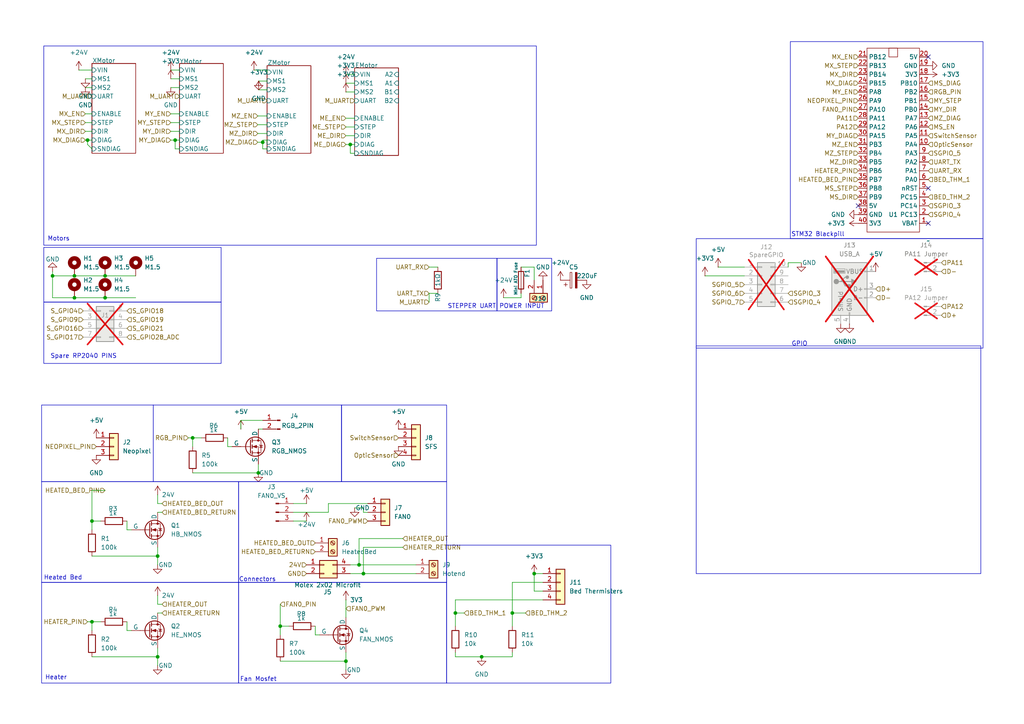
<source format=kicad_sch>
(kicad_sch (version 20250114) (generator "eeschema") (generator_version "9.0")
  (paper "A4")
  (rectangle (start 69.215 139.7) (end 129.54 168.91))
  (rectangle (start 229.235 12.065) (end 285.115 69.215))
  (rectangle (start 12.7 71.755) (end 64.135 87.63))
  (rectangle (start 12.7 13.335) (end 155.575 71.12))
  (rectangle (start 12.065 139.7) (end 69.215 168.91))
  (rectangle (start 99.06 117.475) (end 129.54 139.7))
  (rectangle (start 201.93 69.215) (end 285.115 100.965))
  (rectangle (start 201.93 100.33) (end 284.48 166.37))
  (rectangle (start 69.215 168.91) (end 129.54 198.12))
  (rectangle (start 12.065 117.475) (end 44.45 139.7))
  (rectangle (start 144.145 74.93) (end 160.02 90.17))
  (rectangle (start 44.45 117.475) (end 99.06 139.7))
  (rectangle (start 12.065 168.91) (end 69.215 198.12))
  (rectangle (start 12.7 87.63) (end 64.135 105.41))
  (rectangle (start 109.22 74.93) (end 144.145 90.17))
  (rectangle (start 129.54 158.115) (end 177.165 198.12))
  (text "Connectors" (at 74.676 168.148 0) (effects (font (size 1.27 1.27))))
  (text "Heated Bed" (at 18.288 167.64 0) (effects (font (size 1.27 1.27))))
  (text "Spare RP2040 PINS" (at 14.605 104.14 0) (effects (font (size 1.27 1.27)) (justify left bottom)))
  (text "Heater" (at 16.256 196.596 0) (effects (font (size 1.27 1.27))))
  (text "Motors" (at 17.018 69.342 0) (effects (font (size 1.27 1.27))))
  (text "STEPPER UART" (at 129.794 89.662 0) (effects (font (size 1.27 1.27)) (justify left bottom)))
  (text "GPIO" (at 231.902 99.822 0) (effects (font (size 1.27 1.27))))
  (text "STM32 Blackpill" (at 237.236 68.072 0) (effects (font (size 1.27 1.27))))
  (text "Fan Mosfet" (at 74.93 197.104 0) (effects (font (size 1.27 1.27))))
  (text "POWER INPUT" (at 144.78 89.662 0) (effects (font (size 1.27 1.27)) (justify left bottom)))
  (junction (at 25.4 40.64))
  (junction (at 105.41 166.37))
  (junction (at 21.59 86.36))
  (junction (at 139.7 190.5))
  (junction (at 148.59 177.8))
  (junction (at 30.48 86.36))
  (junction (at 26.67 180.34))
  (junction (at 76.2 41.2565))
  (junction (at 81.28 181.61))
  (junction (at 21.59 80.01))
  (junction (at 100.33 191.77))
  (junction (at 30.48 80.01))
  (junction (at 15.24 80.01))
  (junction (at 45.72 190.5))
  (junction (at 104.14 163.83))
  (junction (at 74.93 137.16))
  (junction (at 45.72 161.29))
  (junction (at 154.94 166.37))
  (junction (at 50.8 40.64))
  (junction (at 132.08 177.8))
  (junction (at 101.6 41.91))
  (junction (at 26.67 151.13))
  (junction (at 55.88 127))
  (no_connect (at 269.24 64.77))
  (no_connect (at 269.24 16.51))
  (no_connect (at 269.24 54.61))
  (no_connect (at 248.92 59.69))
  (wire (pts (xy 124.46 87.63) (xy 124.46 85.09)))
  (wire (pts (xy 45.72 146.05) (xy 45.72 143.51)))
  (wire (pts (xy 55.88 127) (xy 55.88 129.54)))
  (wire (pts (xy 15.24 80.01) (xy 15.24 86.36)))
  (wire (pts (xy 74.7686 33.6365) (xy 77.47 33.6365)))
  (wire (pts (xy 132.08 189.23) (xy 132.08 190.5)))
  (wire (pts (xy 50.8 40.64) (xy 50.8 43.18)))
  (wire (pts (xy 74.93 137.16) (xy 74.93 134.62)))
  (wire (pts (xy 30.48 80.01) (xy 39.37 80.01)))
  (wire (pts (xy 66.04 129.54) (xy 67.31 129.54)))
  (wire (pts (xy 26.67 180.34) (xy 26.67 182.88)))
  (wire (pts (xy 88.9 146.05) (xy 85.09 146.05)))
  (wire (pts (xy 21.59 80.01) (xy 30.48 80.01)))
  (wire (pts (xy 101.6 41.91) (xy 102.87 41.91)))
  (wire (pts (xy 24.765 35.56) (xy 26.67 35.56)))
  (wire (pts (xy 76.2 41.2565) (xy 76.2 43.18)))
  (wire (pts (xy 100.33 173.99) (xy 100.33 179.07)))
  (wire (pts (xy 154.94 77.47) (xy 154.94 81.28)))
  (wire (pts (xy 154.94 166.37) (xy 157.48 166.37)))
  (wire (pts (xy 81.28 181.61) (xy 81.28 184.15)))
  (wire (pts (xy 81.28 191.77) (xy 100.33 191.77)))
  (wire (pts (xy 132.08 181.61) (xy 132.08 177.8)))
  (wire (pts (xy 105.41 148.59) (xy 106.68 148.59)))
  (wire (pts (xy 104.14 163.83) (xy 101.6 163.83)))
  (wire (pts (xy 124.46 85.09) (xy 127 85.09)))
  (wire (pts (xy 74.7686 38.7165) (xy 77.47 38.7165)))
  (wire (pts (xy 81.28 175.26) (xy 81.28 181.61)))
  (wire (pts (xy 75.0305 23.5161) (xy 77.47 23.5161)))
  (wire (pts (xy 77.47 23.5161) (xy 77.47 23.4744)))
  (wire (pts (xy 76.2 41.2565) (xy 76.2 40.64)))
  (wire (pts (xy 132.08 177.8) (xy 134.62 177.8)))
  (wire (pts (xy 25.4 41.91) (xy 26.67 43.18)))
  (wire (pts (xy 148.59 177.8) (xy 148.59 181.61)))
  (wire (pts (xy 66.04 127) (xy 66.04 129.54)))
  (wire (pts (xy 76.2 43.18) (xy 77.47 43.18)))
  (wire (pts (xy 54.61 127) (xy 55.88 127)))
  (wire (pts (xy 26.67 161.29) (xy 45.72 161.29)))
  (wire (pts (xy 24.765 38.1) (xy 26.67 38.1)))
  (wire (pts (xy 75.0305 26.0561) (xy 77.47 26.0561)))
  (wire (pts (xy 100.33 34.29) (xy 102.87 34.29)))
  (wire (pts (xy 77.47 36.1765) (xy 77.47 36.1744)))
  (wire (pts (xy 49.53 35.56) (xy 52.07 35.56)))
  (wire (pts (xy 26.67 190.5) (xy 45.72 190.5)))
  (wire (pts (xy 55.88 127) (xy 58.42 127)))
  (wire (pts (xy 88.9 151.13) (xy 85.09 151.13)))
  (wire (pts (xy 154.94 171.45) (xy 157.48 171.45)))
  (wire (pts (xy 100.33 36.83) (xy 102.87 36.83)))
  (wire (pts (xy 157.48 168.91) (xy 148.59 168.91)))
  (wire (pts (xy 139.7 190.5) (xy 148.59 190.5)))
  (wire (pts (xy 116.84 158.75) (xy 105.41 158.75)))
  (wire (pts (xy 22.86 20.32) (xy 26.67 20.32)))
  (wire (pts (xy 30.48 142.24) (xy 26.67 142.24)))
  (wire (pts (xy 36.83 151.13) (xy 36.83 153.67)))
  (wire (pts (xy 76.2 40.64) (xy 77.47 40.64)))
  (wire (pts (xy 101.6 44.45) (xy 102.87 44.45)))
  (wire (pts (xy 74.7686 41.2565) (xy 76.2 41.2565)))
  (wire (pts (xy 105.41 166.37) (xy 120.65 166.37)))
  (wire (pts (xy 215.9 77.47) (xy 208.28 77.47)))
  (wire (pts (xy 77.47 20.32) (xy 77.47 20.9344)))
  (wire (pts (xy 49.53 22.86) (xy 52.07 22.86)))
  (wire (pts (xy 148.59 190.5) (xy 148.59 189.23)))
  (wire (pts (xy 146.05 86.36) (xy 151.13 86.36)))
  (wire (pts (xy 50.8 43.18) (xy 52.07 43.18)))
  (wire (pts (xy 45.72 175.26) (xy 45.72 172.72)))
  (wire (pts (xy 151.13 77.47) (xy 154.94 77.47)))
  (wire (pts (xy 100.33 26.67) (xy 102.87 26.67)))
  (wire (pts (xy 49.53 33.02) (xy 52.07 33.02)))
  (wire (pts (xy 49.53 38.1) (xy 52.07 38.1)))
  (wire (pts (xy 102.87 147.32) (xy 105.41 147.32)))
  (wire (pts (xy 91.44 181.61) (xy 91.44 184.15)))
  (wire (pts (xy 25.4 40.64) (xy 26.67 40.64)))
  (wire (pts (xy 105.41 158.75) (xy 105.41 166.37)))
  (wire (pts (xy 30.48 86.36) (xy 39.37 86.36)))
  (wire (pts (xy 45.72 161.29) (xy 45.72 163.83)))
  (wire (pts (xy 25.4 180.34) (xy 26.67 180.34)))
  (wire (pts (xy 77.47 43.18) (xy 77.47 43.1594)))
  (wire (pts (xy 49.53 40.64) (xy 50.8 40.64)))
  (wire (pts (xy 46.99 146.05) (xy 45.72 146.05)))
  (wire (pts (xy 46.99 148.59) (xy 45.72 148.59)))
  (wire (pts (xy 50.8 40.64) (xy 52.07 40.64)))
  (wire (pts (xy 101.6 41.91) (xy 101.6 44.45)))
  (wire (pts (xy 91.44 184.15) (xy 92.71 184.15)))
  (wire (pts (xy 139.7 190.5) (xy 132.08 190.5)))
  (wire (pts (xy 124.46 77.47) (xy 127 77.47)))
  (wire (pts (xy 151.13 85.09) (xy 151.13 86.36)))
  (wire (pts (xy 69.85 121.92) (xy 69.85 124.46)))
  (wire (pts (xy 81.28 181.61) (xy 83.82 181.61)))
  (wire (pts (xy 77.47 26.0561) (xy 77.47 26.0144)))
  (wire (pts (xy 73.66 20.32) (xy 77.47 20.32)))
  (wire (pts (xy 26.67 151.13) (xy 26.67 153.67)))
  (wire (pts (xy 76.2 121.92) (xy 69.85 121.92)))
  (wire (pts (xy 55.88 137.16) (xy 74.93 137.16)))
  (wire (pts (xy 154.94 166.37) (xy 154.94 171.45)))
  (wire (pts (xy 148.59 177.8) (xy 152.4 177.8)))
  (wire (pts (xy 100.33 39.37) (xy 102.87 39.37)))
  (wire (pts (xy 116.84 156.21) (xy 104.14 156.21)))
  (wire (pts (xy 49.53 25.4) (xy 52.07 25.4)))
  (wire (pts (xy 104.14 163.83) (xy 120.65 163.83)))
  (wire (pts (xy 15.24 78.74) (xy 15.24 80.01)))
  (wire (pts (xy 24.765 33.02) (xy 26.67 33.02)))
  (wire (pts (xy 45.72 190.5) (xy 45.72 187.96)))
  (wire (pts (xy 46.99 175.26) (xy 45.72 175.26)))
  (wire (pts (xy 15.24 80.01) (xy 21.59 80.01)))
  (wire (pts (xy 26.67 142.24) (xy 26.67 151.13)))
  (wire (pts (xy 74.7686 36.1765) (xy 77.47 36.1765)))
  (wire (pts (xy 232.41 76.2) (xy 228.6 76.2)))
  (wire (pts (xy 100.33 21.59) (xy 102.87 21.59)))
  (wire (pts (xy 36.83 182.88) (xy 38.1 182.88)))
  (wire (pts (xy 228.6 76.2) (xy 228.6 77.47)))
  (wire (pts (xy 36.83 153.67) (xy 38.1 153.67)))
  (wire (pts (xy 49.53 20.32) (xy 52.07 20.32)))
  (wire (pts (xy 24.765 22.86) (xy 26.67 22.86)))
  (wire (pts (xy 100.33 41.91) (xy 101.6 41.91)))
  (wire (pts (xy 45.72 161.29) (xy 45.72 158.75)))
  (wire (pts (xy 100.33 24.13) (xy 102.87 24.13)))
  (wire (pts (xy 36.83 180.34) (xy 36.83 182.88)))
  (wire (pts (xy 104.14 156.21) (xy 104.14 163.83)))
  (wire (pts (xy 105.41 166.37) (xy 101.6 166.37)))
  (wire (pts (xy 148.59 168.91) (xy 148.59 177.8)))
  (wire (pts (xy 45.72 190.5) (xy 45.72 193.04)))
  (wire (pts (xy 24.765 25.4) (xy 26.67 25.4)))
  (wire (pts (xy 24.765 40.64) (xy 25.4 40.64)))
  (wire (pts (xy 95.25 146.05) (xy 106.68 146.05)))
  (wire (pts (xy 215.9 80.01) (xy 204.47 80.01)))
  (wire (pts (xy 21.59 86.36) (xy 30.48 86.36)))
  (wire (pts (xy 100.33 191.77) (xy 100.33 194.31)))
  (wire (pts (xy 105.41 147.32) (xy 105.41 148.59)))
  (wire (pts (xy 25.4 40.64) (xy 25.4 41.91)))
  (wire (pts (xy 15.24 86.36) (xy 21.59 86.36)))
  (wire (pts (xy 132.08 173.99) (xy 157.48 173.99)))
  (wire (pts (xy 100.33 191.77) (xy 100.33 189.23)))
  (wire (pts (xy 46.99 177.8) (xy 45.72 177.8)))
  (wire (pts (xy 26.67 151.13) (xy 29.21 151.13)))
  (wire (pts (xy 77.47 38.7165) (xy 77.47 38.7144)))
  (wire (pts (xy 26.67 180.34) (xy 29.21 180.34)))
  (wire (pts (xy 95.25 148.59) (xy 95.25 146.05)))
  (wire (pts (xy 77.47 40.64) (xy 77.47 41.2544)))
  (wire (pts (xy 132.08 173.99) (xy 132.08 177.8)))
  (wire (pts (xy 85.09 148.59) (xy 95.25 148.59)))
  (wire (pts (xy 77.47 33.6365) (xy 77.47 33.6344)))
  (wire (pts (xy 76.2 124.46) (xy 74.93 124.46)))
  (hierarchical_label "MZ_DIAG" (shape input) (at 74.7686 41.2565 180))
  (hierarchical_label "S_GPIO17" (shape input) (at 24.13 97.79 180))
  (hierarchical_label "HEATED_BED_RETURN" (shape input) (at 91.44 160.02 180))
  (hierarchical_label "MY_STEP" (shape input) (at 49.53 35.56 180))
  (hierarchical_label "OpticSensor" (shape input) (at 269.24 41.91 0))
  (hierarchical_label "MZ_STEP" (shape input) (at 74.7686 36.1765 180))
  (hierarchical_label "PA11" (shape input) (at 248.92 34.29 180))
  (hierarchical_label "MZ_DIR" (shape input) (at 74.7686 38.7165 180))
  (hierarchical_label "MZ_DIR" (shape input) (at 248.92 46.99 180))
  (hierarchical_label "MZ_EN" (shape input) (at 248.92 41.91 180))
  (hierarchical_label "S_GPIO28_ADC" (shape input) (at 36.83 97.79 0))
  (hierarchical_label "HEATER_OUT" (shape input) (at 116.84 156.21 0))
  (hierarchical_label "MZ_DIAG" (shape input) (at 269.24 34.29 0))
  (hierarchical_label "MZ_EN" (shape input) (at 74.7686 33.6365 180))
  (hierarchical_label "UART_RX" (shape input) (at 269.24 49.53 0))
  (hierarchical_label "S_GPIO16" (shape input) (at 24.13 95.25 180))
  (hierarchical_label "FAN0_PWM" (shape input) (at 100.33 176.53 0))
  (hierarchical_label "M_UART" (shape input) (at 52.07 27.94 180))
  (hierarchical_label "UART_TX" (shape input) (at 124.46 85.09 180))
  (hierarchical_label "MY_DIAG" (shape input) (at 49.53 40.64 180))
  (hierarchical_label "MX_DIAG" (shape input) (at 24.765 40.64 180))
  (hierarchical_label "D+" (shape input) (at 254 83.82 0))
  (hierarchical_label "M_UART" (shape input) (at 77.47 29.21 180))
  (hierarchical_label "FAN0_PIN" (shape input) (at 81.28 175.26 0))
  (hierarchical_label "BED_THM_2" (shape input) (at 152.4 177.8 0))
  (hierarchical_label "MX_EN" (shape input) (at 248.92 16.51 180))
  (hierarchical_label "S_GPIO19" (shape input) (at 36.83 92.71 0))
  (hierarchical_label "MY_EN" (shape input) (at 248.92 26.67 180))
  (hierarchical_label "D-" (shape input) (at 254 86.36 0))
  (hierarchical_label "M_UART" (shape input) (at 26.67 27.94 180))
  (hierarchical_label "MX_DIR" (shape input) (at 248.92 21.59 180))
  (hierarchical_label "FAN0_PWM" (shape input) (at 106.68 151.13 180))
  (hierarchical_label "UART_RX" (shape input) (at 124.46 77.47 180))
  (hierarchical_label "MS_EN" (shape input) (at 269.24 36.83 0))
  (hierarchical_label "RGB_PIN" (shape input) (at 269.24 26.67 0))
  (hierarchical_label "ME_DIAG" (shape input) (at 100.33 41.91 180))
  (hierarchical_label "MX_EN" (shape input) (at 24.765 33.02 180))
  (hierarchical_label "ME_DIR" (shape input) (at 100.33 39.37 180))
  (hierarchical_label "SGPIO_4" (shape input) (at 228.6 87.63 0))
  (hierarchical_label "HEATER_RETURN" (shape input) (at 116.84 158.75 0))
  (hierarchical_label "SGPIO_5" (shape input) (at 269.24 44.45 0))
  (hierarchical_label "MS_DIR" (shape input) (at 248.92 57.15 180))
  (hierarchical_label "SwitchSensor" (shape input) (at 269.24 39.37 0))
  (hierarchical_label "S_GPIO21" (shape input) (at 36.83 95.25 0))
  (hierarchical_label "MY_EN" (shape input) (at 49.53 33.02 180))
  (hierarchical_label "NEOPIXEL_PIN" (shape input) (at 27.94 129.54 180))
  (hierarchical_label "S_GPIO9" (shape input) (at 24.13 92.71 180))
  (hierarchical_label "S_GPIO4" (shape input) (at 24.13 90.17 180))
  (hierarchical_label "FAN0_PIN" (shape input) (at 248.92 31.75 180))
  (hierarchical_label "HEATER_PIN" (shape input) (at 25.4 180.34 180))
  (hierarchical_label "SGPIO_3" (shape input) (at 269.24 59.69 0))
  (hierarchical_label "GND" (shape input) (at 88.9 166.37 180))
  (hierarchical_label "24V" (shape input) (at 88.9 163.83 180))
  (hierarchical_label "HEATED_BED_OUT" (shape input) (at 91.44 157.48 180))
  (hierarchical_label "MX_STEP" (shape input) (at 248.92 19.05 180))
  (hierarchical_label "HEATED_BED_RETURN" (shape input) (at 46.99 148.59 0))
  (hierarchical_label "MY_DIAG" (shape input) (at 248.92 39.37 180))
  (hierarchical_label "BED_THM_1" (shape input) (at 134.62 177.8 0))
  (hierarchical_label "MX_DIAG" (shape input) (at 248.92 24.13 180))
  (hierarchical_label "MS_STEP" (shape input) (at 248.92 54.61 180))
  (hierarchical_label "PA12" (shape input) (at 273.05 88.9 0))
  (hierarchical_label "MX_STEP" (shape input) (at 24.765 35.56 180))
  (hierarchical_label "MY_STEP" (shape input) (at 269.24 29.21 0))
  (hierarchical_label "M_UART" (shape input) (at 124.46 87.63 180))
  (hierarchical_label "ME_STEP" (shape input) (at 100.33 36.83 180))
  (hierarchical_label "RGB_PIN" (shape input) (at 54.61 127 180))
  (hierarchical_label "HEATER_OUT" (shape input) (at 46.99 175.26 0))
  (hierarchical_label "D-" (shape input) (at 273.05 78.74 0))
  (hierarchical_label "NEOPIXEL_PIN" (shape input) (at 248.92 29.21 180))
  (hierarchical_label "M_UART" (shape input) (at 102.87 29.21 180))
  (hierarchical_label "D+" (shape input) (at 273.05 91.44 0))
  (hierarchical_label "SGPIO_5" (shape input) (at 215.9 82.55 180))
  (hierarchical_label "HEATER_RETURN" (shape input) (at 46.99 177.8 0))
  (hierarchical_label "SGPIO_3" (shape input) (at 228.6 85.09 0))
  (hierarchical_label "OpticSensor" (shape input) (at 115.57 132.08 180))
  (hierarchical_label "PA12" (shape input) (at 248.92 36.83 180))
  (hierarchical_label "MX_DIR" (shape input) (at 24.765 38.1 180))
  (hierarchical_label "MY_DIR" (shape input) (at 269.24 31.75 0))
  (hierarchical_label "MS_DIAG" (shape input) (at 269.24 24.13 0))
  (hierarchical_label "SGPIO_4" (shape input) (at 269.24 62.23 0))
  (hierarchical_label "BED_THM_2" (shape input) (at 269.24 57.15 0))
  (hierarchical_label "SwitchSensor" (shape input) (at 115.57 127 180))
  (hierarchical_label "S_GPIO18" (shape input) (at 36.83 90.17 0))
  (hierarchical_label "HEATER_PIN" (shape input) (at 248.92 49.53 180))
  (hierarchical_label " HEATED_BED_PIN" (shape input) (at 30.48 142.24 180))
  (hierarchical_label "MY_DIR" (shape input) (at 49.53 38.1 180))
  (hierarchical_label "HEATED_BED_OUT" (shape input) (at 46.99 146.05 0))
  (hierarchical_label "SGPIO_6" (shape input) (at 215.9 85.09 180))
  (hierarchical_label "PA11" (shape input) (at 273.05 76.2 0))
  (hierarchical_label "MZ_STEP" (shape input) (at 248.92 44.45 180))
  (hierarchical_label "SGPIO_7" (shape input) (at 215.9 87.63 180))
  (hierarchical_label "HEATED_BED_PIN" (shape input) (at 248.92 52.07 180))
  (hierarchical_label "BED_THM_1" (shape input) (at 269.24 52.07 0))
  (hierarchical_label "UART_TX" (shape input) (at 269.24 46.99 0))
  (hierarchical_label "ME_EN" (shape input) (at 100.33 34.29 180))
  (symbol (lib_name "MountingHole_Pad_1") (lib_id "Mechanical:MountingHole_Pad") (at 21.59 77.47 0) (unit 1) (exclude_from_sim yes) (in_bom no)
    (property "Reference" "H1" (at 24.13 74.9299 0) (effects (justify left)))
    (property "Value" "M1.5" (at 24.13 77.4699 0) (effects (justify left)))
    (property "Footprint" "OpenA1K:Mountinghole_m1.5" (effects (hide yes)))
    (property "Description" "Mounting Hole with connection" (effects (hide yes)))
  )
  (symbol (lib_id "Device:R") (at 33.02 180.34 90) (unit 1)
    (property "Reference" "R4" (at 32.766 176.784 90))
    (property "Value" "1k" (at 32.766 178.054 90))
    (property "Footprint" "Resistor_THT:R_Axial_DIN0207_L6.3mm_D2.5mm_P10.16mm_Horizontal" (effects (hide yes)))
    (property "Description" "Resistor" (effects (hide yes)))
  )
  (symbol (lib_id "Connector:Conn_01x03_Pin") (at 80.01 148.59 0) (unit 1)
    (property "Reference" "J3" (at 78.74 141.224 0))
    (property "Value" "FAN0_VS" (at 78.74 143.764 0))
    (property "Footprint" "Connector_PinHeader_2.54mm:PinHeader_1x03_P2.54mm_Vertical" (effects (hide yes)))
    (property "Description" "Generic connector, single row, 01x03, script generated" (effects (hide yes)))
  )
  (symbol (lib_name "GND_8") (lib_id "power:GND") (at 75.0305 23.5161 0) (unit 1)
    (property "Reference" "#PWR062" (effects (hide yes)))
    (property "Value" "GND" (at 75.0305 28.5695 0))
    (property "Description" "Power symbol creates a global label with name \"GND\" , ground" (effects (hide yes)))
  )
  (symbol (lib_id "power:GND") (at 269.24 19.05 90) (unit 1)
    (property "Reference" "#PWR033" (effects (hide yes)))
    (property "Value" "GND" (at 273.05 19.05 90) (effects (justify right)))
  )
  (symbol (lib_id "power:GND") (at 248.92 62.23 270) (mirror x) (unit 1)
    (property "Reference" "#PWR030" (effects (hide yes)))
    (property "Value" "GND" (at 245.11 62.23 90) (effects (justify right)))
  )
  (symbol (lib_id "Device:Fuse") (at 151.13 81.28 180) (unit 1)
    (property "Reference" "F1" (at 152.908 79.248 90))
    (property "Value" "Mini ATO Fuse" (at 149.606 80.772 90) (effects (font (size 0.889 0.889))))
    (property "Footprint" "OpenA1K:Updated ATO Mini-Blade_2Post" (effects (hide yes)))
    (property "Description" "Fuse" (effects (hide yes)))
  )
  (symbol (lib_id "Device:R") (at 26.67 186.69 0) (unit 1)
    (property "Reference" "R2" (at 29.21 185.4199 0) (effects (justify left)))
    (property "Value" "100k" (at 29.21 187.9599 0) (effects (justify left)))
    (property "Footprint" "Resistor_THT:R_Axial_DIN0207_L6.3mm_D2.5mm_P10.16mm_Horizontal" (effects (hide yes)))
    (property "Description" "Resistor" (effects (hide yes)))
  )
  (symbol (lib_name "GND_3") (lib_id "power:GND") (at 246.38 93.98 0) (unit 1)
    (property "Reference" "#PWR029" (effects (hide yes)))
    (property "Value" "GND" (at 246.38 99.06 0))
    (property "Description" "Power symbol creates a global label with name \"GND\" , ground" (effects (hide yes)))
  )
  (symbol (lib_id "power:VCC") (at 45.72 172.72 0) (unit 1)
    (property "Reference" "#PWR07" (effects (hide yes)))
    (property "Value" "24V" (at 48.768 172.72 0))
    (property "Description" "Power symbol creates a global label with name \"VCC\"" (effects (hide yes)))
  )
  (symbol (lib_id "Simulation_SPICE:NMOS") (at 72.39 129.54 0) (unit 1)
    (property "Reference" "Q3" (at 78.74 128.2699 0) (effects (justify left)))
    (property "Value" "RGB_NMOS" (at 78.74 130.8099 0) (effects (justify left)))
    (property "Footprint" "OpenA1K:TO254P1054X469X1930-3" (effects (hide yes)))
    (property "Datasheet" "https://ngspice.sourceforge.io/docs/ngspice-html-manual/manual.xhtml#cha_MOSFETs" (effects (hide yes)))
    (property "Description" "N-MOSFET transistor, drain/source/gate" (effects (hide yes)))
    (property "Sim.Device" "NMOS" (effects (hide yes)))
    (property "Sim.Type" "VDMOS" (effects (hide yes)))
    (property "Sim.Pins" "1=D 2=G 3=S" (effects (hide yes)))
  )
  (symbol (lib_id "power:+5V") (at 115.57 124.46 0) (unit 1)
    (property "Reference" "#PWR019" (effects (hide yes)))
    (property "Value" "+5V" (at 115.57 119.38 0))
    (property "Description" "Power symbol creates a global label with name \"+5V\"" (effects (hide yes)))
  )
  (symbol (lib_id "CustomSymbols:STM32F401_Black_Pill") (at 269.24 69.85 180) (unit 1)
    (property "Reference" "U1" (at 259.08 62.23 0))
    (property "Value" "~" (at 269.24 69.85 0))
    (property "Footprint" "OpenA1K:STM32 Blackpill Socketed" (effects (hide yes)))
  )
  (symbol (lib_name "GND_1") (lib_id "power:GND") (at 45.72 163.83 0) (unit 1)
    (property "Reference" "#PWR06" (effects (hide yes)))
    (property "Value" "GND" (at 48.006 163.83 0))
    (property "Description" "Power symbol creates a global label with name \"GND\" , ground" (effects (hide yes)))
  )
  (symbol (lib_id "power:GND") (at 157.48 81.28 180) (unit 1)
    (property "Reference" "#PWR024" (effects (hide yes)))
    (property "Value" "GND" (at 157.48 77.47 0))
  )
  (symbol (lib_name "GND_8") (lib_id "power:GND") (at 24.765 25.4 0) (unit 1)
    (property "Reference" "#PWR09" (effects (hide yes)))
    (property "Value" "GND" (at 24.765 30.4534 0))
    (property "Description" "Power symbol creates a global label with name \"GND\" , ground" (effects (hide yes)))
  )
  (symbol (lib_id "power:+24V") (at 73.66 20.32 0) (unit 1)
    (property "Reference" "#PWR059" (effects (hide yes)))
    (property "Value" "+24V" (at 73.66 15.24 0))
    (property "Description" "Power symbol creates a global label with name \"+24V\"" (effects (hide yes)))
  )
  (symbol (lib_name "MountingHole_Pad_1") (lib_id "Mechanical:MountingHole_Pad") (at 30.48 77.47 0) (unit 1) (exclude_from_sim yes) (in_bom no)
    (property "Reference" "H3" (at 33.02 74.9299 0) (effects (justify left)))
    (property "Value" "M1.5" (at 33.02 77.4699 0) (effects (justify left)))
    (property "Footprint" "OpenA1K:Mountinghole_m1.5" (effects (hide yes)))
    (property "Description" "Mounting Hole with connection" (effects (hide yes)))
  )
  (symbol (lib_id "power:+24V") (at 49.53 20.32 0) (unit 1)
    (property "Reference" "#PWR060" (effects (hide yes)))
    (property "Value" "+24V" (at 49.53 15.24 0))
    (property "Description" "Power symbol creates a global label with name \"+24V\"" (effects (hide yes)))
  )
  (symbol (lib_id "Device:R") (at 81.28 187.96 0) (unit 1)
    (property "Reference" "R7" (at 83.82 186.6899 0) (effects (justify left)))
    (property "Value" "100k" (at 83.82 189.2299 0) (effects (justify left)))
    (property "Footprint" "Resistor_THT:R_Axial_DIN0207_L6.3mm_D2.5mm_P10.16mm_Horizontal" (effects (hide yes)))
    (property "Description" "Resistor" (effects (hide yes)))
  )
  (symbol (lib_name "GND_2") (lib_id "power:GND") (at 27.94 132.08 0) (unit 1)
    (property "Reference" "#PWR04" (effects (hide yes)))
    (property "Value" "GND" (at 27.94 137.16 0))
    (property "Description" "Power symbol creates a global label with name \"GND\" , ground" (effects (hide yes)))
  )
  (symbol (lib_id "power:+5V") (at 88.9 146.05 0) (unit 1)
    (property "Reference" "#PWR013" (effects (hide yes)))
    (property "Value" "+5V" (at 88.9 142.24 0))
    (property "Description" "Power symbol creates a global label with name \"+5V\"" (effects (hide yes)))
  )
  (symbol (lib_id "Device:R") (at 26.67 157.48 0) (unit 1)
    (property "Reference" "R1" (at 29.21 156.2099 0) (effects (justify left)))
    (property "Value" "100k" (at 29.21 158.7499 0) (effects (justify left)))
    (property "Footprint" "Resistor_THT:R_Axial_DIN0207_L6.3mm_D2.5mm_P10.16mm_Horizontal" (effects (hide yes)))
    (property "Description" "Resistor" (effects (hide yes)))
  )
  (symbol (lib_name "+3V3_3") (lib_id "power:+3V3") (at 100.33 24.13 0) (unit 1)
    (property "Reference" "#PWR065" (effects (hide yes)))
    (property "Value" "+3V3" (at 100.33 18.9989 0))
    (property "Description" "Power symbol creates a global label with name \"+3V3\"" (effects (hide yes)))
  )
  (symbol (lib_id "Simulation_SPICE:NMOS") (at 43.18 153.67 0) (unit 1)
    (property "Reference" "Q1" (at 49.53 152.3999 0) (effects (justify left)))
    (property "Value" "HB_NMOS" (at 49.53 154.9399 0) (effects (justify left)))
    (property "Footprint" "OpenA1K:TO254P1054X469X1930-3" (effects (hide yes)))
    (property "Datasheet" "https://ngspice.sourceforge.io/docs/ngspice-html-manual/manual.xhtml#cha_MOSFETs" (effects (hide yes)))
    (property "Description" "N-MOSFET transistor, drain/source/gate" (effects (hide yes)))
    (property "Sim.Device" "NMOS" (effects (hide yes)))
    (property "Sim.Type" "VDMOS" (effects (hide yes)))
    (property "Sim.Pins" "1=D 2=G 3=S" (effects (hide yes)))
  )
  (symbol (lib_name "+3V3_2") (lib_id "power:+3V3") (at 154.94 166.37 0) (unit 1)
    (property "Reference" "#PWR023" (effects (hide yes)))
    (property "Value" "+3V3" (at 154.94 161.29 0))
    (property "Description" "Power symbol creates a global label with name \"+3V3\"" (effects (hide yes)))
  )
  (symbol (lib_name "GND_1") (lib_id "power:GND") (at 45.72 193.04 0) (unit 1)
    (property "Reference" "#PWR08" (effects (hide yes)))
    (property "Value" "GND" (at 48.006 193.04 0))
    (property "Description" "Power symbol creates a global label with name \"GND\" , ground" (effects (hide yes)))
  )
  (symbol (lib_id "power:VCC") (at 100.33 173.99 0) (unit 1)
    (property "Reference" "#PWR016" (effects (hide yes)))
    (property "Value" "3V3" (at 103.378 173.99 0))
    (property "Description" "Power symbol creates a global label with name \"VCC\"" (effects (hide yes)))
  )
  (symbol (lib_id "power:+24V") (at 100.33 21.59 0) (unit 1)
    (property "Reference" "#PWR015" (effects (hide yes)))
    (property "Value" "+24V" (at 100.33 16.51 0))
    (property "Description" "Power symbol creates a global label with name \"+24V\"" (effects (hide yes)))
  )
  (symbol (lib_id "Device:R") (at 87.63 181.61 90) (unit 1)
    (property "Reference" "R8" (at 87.376 178.054 90))
    (property "Value" "1k" (at 87.376 179.324 90))
    (property "Footprint" "Resistor_THT:R_Axial_DIN0207_L6.3mm_D2.5mm_P10.16mm_Horizontal" (effects (hide yes)))
    (property "Description" "Resistor" (effects (hide yes)))
  )
  (symbol (lib_id "power:+5V") (at 27.94 127 0) (unit 1)
    (property "Reference" "#PWR03" (effects (hide yes)))
    (property "Value" "+5V" (at 27.94 121.92 0))
    (property "Description" "Power symbol creates a global label with name \"+5V\"" (effects (hide yes)))
  )
  (symbol (lib_id "Device:R") (at 132.08 185.42 0) (unit 1)
    (property "Reference" "R10" (at 134.62 184.1499 0) (effects (justify left)))
    (property "Value" "10k" (at 134.62 186.6899 0) (effects (justify left)))
    (property "Footprint" "Resistor_THT:R_Axial_DIN0207_L6.3mm_D2.5mm_P10.16mm_Horizontal" (effects (hide yes)))
    (property "Description" "Resistor" (effects (hide yes)))
  )
  (symbol (lib_id "Device:R") (at 55.88 133.35 0) (unit 1)
    (property "Reference" "R5" (at 58.42 132.0799 0) (effects (justify left)))
    (property "Value" "100k" (at 58.42 134.6199 0) (effects (justify left)))
    (property "Footprint" "Resistor_THT:R_Axial_DIN0207_L6.3mm_D2.5mm_P10.16mm_Horizontal" (effects (hide yes)))
    (property "Description" "Resistor" (effects (hide yes)))
  )
  (symbol (lib_id "Device:R") (at 148.59 185.42 0) (unit 1)
    (property "Reference" "R11" (at 151.13 184.1499 0) (effects (justify left)))
    (property "Value" "10k" (at 151.13 186.6899 0) (effects (justify left)))
    (property "Footprint" "Resistor_THT:R_Axial_DIN0207_L6.3mm_D2.5mm_P10.16mm_Horizontal" (effects (hide yes)))
    (property "Description" "Resistor" (effects (hide yes)))
  )
  (symbol (lib_id "power:+24V") (at 88.9 151.13 0) (unit 1)
    (property "Reference" "#PWR014" (effects (hide yes)))
    (property "Value" "+24V" (at 88.9 152.146 0))
    (property "Description" "Power symbol creates a global label with name \"+24V\"" (effects (hide yes)))
  )
  (symbol (lib_name "GND_5") (lib_id "power:GND") (at 115.57 129.54 0) (unit 1)
    (property "Reference" "#PWR020" (effects (hide yes)))
    (property "Value" "GND" (at 115.57 134.62 0))
    (property "Description" "Power symbol creates a global label with name \"GND\" , ground" (effects (hide yes)))
  )
  (symbol (lib_id "power:+24V") (at 146.05 86.36 0) (unit 1)
    (property "Reference" "#PWR022" (effects (hide yes)))
    (property "Value" "+24V" (at 146.05 81.28 0))
    (property "Description" "Power symbol creates a global label with name \"+24V\"" (effects (hide yes)))
  )
  (symbol (lib_id "Connector_Generic:Conn_01x03") (at 33.02 129.54 0) (unit 1)
    (property "Reference" "J2" (at 35.56 128.2699 0) (effects (justify left)))
    (property "Value" "Neopixel" (at 35.56 130.8099 0) (effects (justify left)))
    (property "Footprint" "Connector_JST:JST_XH_B3B-XH-AM_1x03_P2.50mm_Vertical" (effects (hide yes)))
    (property "Description" "Generic connector, single row, 01x03, script generated (kicad-library-utils/schlib/autogen/connector/)" (effects (hide yes)))
  )
  (symbol (lib_name "GND_8") (lib_id "power:GND") (at 49.53 25.4 0) (unit 1)
    (property "Reference" "#PWR011" (effects (hide yes)))
    (property "Value" "GND" (at 49.53 30.4534 0))
    (property "Description" "Power symbol creates a global label with name \"GND\" , ground" (effects (hide yes)))
  )
  (symbol (lib_id "power:GND") (at 15.24 78.74 180) (unit 1)
    (property "Reference" "#PWR01" (effects (hide yes)))
    (property "Value" "GND" (at 13.208 75.184 0) (effects (justify right)))
  )
  (symbol (lib_id "Connector:Screw_Terminal_01x02") (at 157.48 86.36 270) (unit 1)
    (property "Reference" "J10" (at 154.94 86.614 90) (effects (justify left)))
    (property "Value" "Screw_Terminal_01x02" (effects (hide yes)))
    (property "Footprint" "OpenA1K:1x2 Terminal Block" (effects (hide yes)))
  )
  (symbol (lib_id "Connector_Generic:Conn_02x02_Counter_Clockwise") (at 93.98 163.83 0) (unit 1)
    (property "Reference" "J5" (at 94.996 171.704 0))
    (property "Value" "Molex 2x02 Microfit" (at 94.996 169.672 0))
    (property "Footprint" "Connector_Molex:Molex_Micro-Fit_3.0_43045-0412_2x02_P3.00mm_Vertical" (effects (hide yes)))
    (property "Description" "Generic connector, double row, 02x02, counter clockwise pin numbering scheme (similar to DIP package numbering), script generated (kicad-library-utils/schlib/autogen/connector/)" (effects (hide yes)))
  )
  (symbol (lib_name "GND_9") (lib_id "power:GND") (at 170.18 81.28 0) (unit 1)
    (property "Reference" "#PWR068" (effects (hide yes)))
    (property "Value" "GND" (at 170.18 86.36 0))
    (property "Description" "Power symbol creates a global label with name \"GND\" , ground" (effects (hide yes)))
  )
  (symbol (lib_name "+3V3_3") (lib_id "power:+3V3") (at 100.33 26.67 0) (unit 1)
    (property "Reference" "#PWR066" (effects (hide yes)))
    (property "Value" "+3V3" (at 100.33 21.5389 0))
    (property "Description" "Power symbol creates a global label with name \"+3V3\"" (effects (hide yes)))
  )
  (symbol (lib_id "power:VCC") (at 45.72 143.51 0) (unit 1)
    (property "Reference" "#PWR05" (effects (hide yes)))
    (property "Value" "24V" (at 48.768 143.51 0))
    (property "Description" "Power symbol creates a global label with name \"VCC\"" (effects (hide yes)))
  )
  (symbol (lib_id "Connector:Conn_01x02_Pin") (at 267.97 88.9 0) (unit 1) (exclude_from_sim yes) (in_bom no) (on_board no) (dnp yes)
    (property "Reference" "J15" (at 268.605 83.82 0))
    (property "Value" "PA12 Jumper" (at 268.605 86.36 0))
    (property "Footprint" "Connector_PinHeader_2.54mm:PinHeader_1x02_P2.54mm_Vertical" (effects (hide yes)))
    (property "Description" "Generic connector, single row, 01x02, script generated" (effects (hide yes)))
  )
  (symbol (lib_name "+3V3_1") (lib_id "power:+3V3") (at 204.47 80.01 0) (unit 1)
    (property "Reference" "#PWR025" (effects (hide yes)))
    (property "Value" "+3V3" (at 204.47 74.93 0))
    (property "Description" "Power symbol creates a global label with name \"+3V3\"" (effects (hide yes)))
  )
  (symbol (lib_name "GND_1") (lib_id "power:GND") (at 102.87 147.32 0) (unit 1)
    (property "Reference" "#PWR018" (effects (hide yes)))
    (property "Value" "GND" (at 105.156 147.32 0))
    (property "Description" "Power symbol creates a global label with name \"GND\" , ground" (effects (hide yes)))
  )
  (symbol (lib_name "+3V3_3") (lib_id "power:+3V3") (at 75.0305 26.0561 0) (unit 1)
    (property "Reference" "#PWR064" (effects (hide yes)))
    (property "Value" "+3V3" (at 75.0305 20.925 0))
    (property "Description" "Power symbol creates a global label with name \"+3V3\"" (effects (hide yes)))
  )
  (symbol (lib_id "Connector:Screw_Terminal_01x02") (at 125.73 163.83 0) (unit 1)
    (property "Reference" "J9" (at 128.27 163.8299 0) (effects (justify left)))
    (property "Value" "Hotend" (at 128.27 166.3699 0) (effects (justify left)))
    (property "Footprint" "OpenA1K:ScrewTerminal 7mm x 7mm" (effects (hide yes)))
    (property "Description" "Generic screw terminal, single row, 01x02, script generated (kicad-library-utils/schlib/autogen/connector/)" (effects (hide yes)))
  )
  (symbol (lib_name "+3V3_3") (lib_id "power:+3V3") (at 49.53 22.86 0) (unit 1)
    (property "Reference" "#PWR063" (effects (hide yes)))
    (property "Value" "+3V3" (at 49.53 17.7289 0))
    (property "Description" "Power symbol creates a global label with name \"+3V3\"" (effects (hide yes)))
  )
  (symbol (lib_id "Connector_Generic:Conn_01x04") (at 120.65 127 0) (unit 1)
    (property "Reference" "J8" (at 123.19 126.9999 0) (effects (justify left)))
    (property "Value" "SFS" (at 123.19 129.5399 0) (effects (justify left)))
    (property "Footprint" "Connector_JST:JST_XH_B4B-XH-AM_1x04_P2.50mm_Vertical" (effects (hide yes)))
    (property "Description" "Generic connector, single row, 01x04, script generated (kicad-library-utils/schlib/autogen/connector/)" (effects (hide yes)))
  )
  (symbol (lib_id "Connector_Generic:Conn_01x04") (at 162.56 168.91 0) (unit 1)
    (property "Reference" "J11" (at 165.1 168.9099 0) (effects (justify left)))
    (property "Value" "Bed Thermisters" (at 165.1 171.4499 0) (effects (justify left)))
    (property "Footprint" "Connector_JST:JST_XH_B4B-XH-A_1x04_P2.50mm_Vertical" (effects (hide yes)))
    (property "Description" "Generic connector, single row, 01x04, script generated (kicad-library-utils/schlib/autogen/connector/)" (effects (hide yes)))
  )
  (symbol (lib_id "Device:C_Polarized") (at 166.37 81.28 90) (unit 1)
    (property "Reference" "C5" (at 166.37 77.47 90))
    (property "Value" "220uF" (at 173.355 80.01 90) (effects (justify left)))
    (property "Footprint" "Capacitor_THT:CP_Radial_D8.0mm_P3.50mm" (effects (hide yes)))
  )
  (symbol (lib_name "MountingHole_Pad_1") (lib_id "Mechanical:MountingHole_Pad") (at 30.48 83.82 0) (unit 1) (exclude_from_sim yes) (in_bom no)
    (property "Reference" "H4" (at 33.02 81.2799 0) (effects (justify left)))
    (property "Value" "M1.5" (at 33.02 83.8199 0) (effects (justify left)))
    (property "Footprint" "OpenA1K:Mountinghole_m1.5" (effects (hide yes)))
    (property "Description" "Mounting Hole with connection" (effects (hide yes)))
  )
  (symbol (lib_id "Device:R") (at 127 81.28 0) (unit 1)
    (property "Reference" "R9" (at 127 87.63 90) (effects (justify left)))
    (property "Value" "1kΩ" (at 127 83.185 90) (effects (justify left)))
    (property "Footprint" "Resistor_THT:R_Axial_DIN0207_L6.3mm_D2.5mm_P10.16mm_Horizontal" (effects (hide yes)))
  )
  (symbol (lib_id "Connector:USB_A") (at 246.38 83.82 0) (unit 1) (exclude_from_sim yes) (in_bom no) (on_board no) (dnp yes)
    (property "Reference" "J13" (at 246.38 71.12 0))
    (property "Value" "USB_A" (at 246.38 73.66 0))
    (property "Footprint" "Connector_USB:USB3_A_Molex_48393-001" (effects (hide yes)))
    (property "Description" "USB Type A connector" (effects (hide yes)))
  )
  (symbol (lib_name "MountingHole_Pad_1") (lib_id "Mechanical:MountingHole_Pad") (at 39.37 77.47 0) (unit 1) (exclude_from_sim yes) (in_bom no)
    (property "Reference" "H5" (at 41.91 74.9299 0) (effects (justify left)))
    (property "Value" "M1.5" (at 41.91 77.4699 0) (effects (justify left)))
    (property "Footprint" "OpenA1K:Mountinghole_m1.5" (effects (hide yes)))
    (property "Description" "Mounting Hole with connection" (effects (hide yes)))
  )
  (symbol (lib_id "Connector_Generic:Conn_01x03") (at 111.76 148.59 0) (unit 1)
    (property "Reference" "J7" (at 114.3 147.3199 0) (effects (justify left)))
    (property "Value" "FAN0" (at 114.3 149.8599 0) (effects (justify left)))
    (property "Footprint" "Connector_JST:JST_XH_B3B-XH-AM_1x03_P2.50mm_Vertical" (effects (hide yes)))
    (property "Description" "Generic connector, single row, 01x03, script generated (kicad-library-utils/schlib/autogen/connector/)" (effects (hide yes)))
  )
  (symbol (lib_id "power:+24V") (at 162.56 81.28 0) (unit 1)
    (property "Reference" "#PWR067" (effects (hide yes)))
    (property "Value" "+24V" (at 162.56 76.2 0))
    (property "Description" "Power symbol creates a global label with name \"+24V\"" (effects (hide yes)))
  )
  (symbol (lib_id "power:+5V") (at 208.28 77.47 0) (unit 1)
    (property "Reference" "#PWR026" (effects (hide yes)))
    (property "Value" "+5V" (at 208.28 72.39 0))
    (property "Description" "Power symbol creates a global label with name \"+5V\"" (effects (hide yes)))
  )
  (symbol (lib_id "Device:R") (at 62.23 127 90) (unit 1)
    (property "Reference" "R6" (at 61.976 123.444 90))
    (property "Value" "1k" (at 61.976 124.714 90))
    (property "Footprint" "Resistor_THT:R_Axial_DIN0207_L6.3mm_D2.5mm_P10.16mm_Horizontal" (effects (hide yes)))
    (property "Description" "Resistor" (effects (hide yes)))
  )
  (symbol (lib_id "Device:R") (at 33.02 151.13 90) (unit 1)
    (property "Reference" "R3" (at 32.766 147.574 90))
    (property "Value" "1k" (at 32.766 148.844 90))
    (property "Footprint" "Resistor_THT:R_Axial_DIN0207_L6.3mm_D2.5mm_P10.16mm_Horizontal" (effects (hide yes)))
    (property "Description" "Resistor" (effects (hide yes)))
  )
  (symbol (lib_name "GND_8") (lib_id "power:GND") (at 24.765 22.86 0) (unit 1)
    (property "Reference" "#PWR02" (effects (hide yes)))
    (property "Value" "GND" (at 24.765 27.9134 0))
    (property "Description" "Power symbol creates a global label with name \"GND\" , ground" (effects (hide yes)))
  )
  (symbol (lib_id "Connector:Screw_Terminal_01x02") (at 96.52 157.48 0) (unit 1)
    (property "Reference" "J6" (at 99.06 157.4799 0) (effects (justify left)))
    (property "Value" "HeatedBed" (at 99.06 160.0199 0) (effects (justify left)))
    (property "Footprint" "OpenA1K:ScrewTerminal 7mm x 7mm" (effects (hide yes)))
    (property "Description" "Generic screw terminal, single row, 01x02, script generated (kicad-library-utils/schlib/autogen/connector/)" (effects (hide yes)))
  )
  (symbol (lib_id "power:+5V") (at 254 78.74 0) (unit 1)
    (property "Reference" "#PWR032" (effects (hide yes)))
    (property "Value" "+5V" (at 254 73.66 0))
    (property "Description" "Power symbol creates a global label with name \"+5V\"" (effects (hide yes)))
  )
  (symbol (lib_name "GND_1") (lib_id "power:GND") (at 100.33 194.31 0) (unit 1)
    (property "Reference" "#PWR017" (effects (hide yes)))
    (property "Value" "GND" (at 102.616 194.31 0))
    (property "Description" "Power symbol creates a global label with name \"GND\" , ground" (effects (hide yes)))
  )
  (symbol (lib_id "Simulation_SPICE:NMOS") (at 97.79 184.15 0) (unit 1)
    (property "Reference" "Q4" (at 104.14 182.8799 0) (effects (justify left)))
    (property "Value" "FAN_NMOS" (at 104.14 185.4199 0) (effects (justify left)))
    (property "Footprint" "OpenA1K:TO254P1054X469X1930-3" (effects (hide yes)))
    (property "Datasheet" "https://ngspice.sourceforge.io/docs/ngspice-html-manual/manual.xhtml#cha_MOSFETs" (effects (hide yes)))
    (property "Description" "N-MOSFET transistor, drain/source/gate" (effects (hide yes)))
    (property "Sim.Device" "NMOS" (effects (hide yes)))
    (property "Sim.Type" "VDMOS" (effects (hide yes)))
    (property "Sim.Pins" "1=D 2=G 3=S" (effects (hide yes)))
  )
  (symbol (lib_id "Connector:Conn_01x02_Pin") (at 81.28 121.92 0) (mirror y) (unit 1)
    (property "Reference" "J4" (at 85.344 120.65 0))
    (property "Value" "RGB_2PIN" (at 86.36 123.444 0))
    (property "Footprint" "Connector_JST:JST_XH_B2B-XH-AM_1x02_P2.50mm_Vertical" (effects (hide yes)))
    (property "Description" "Generic connector, single row, 01x02, script generated" (effects (hide yes)))
  )
  (symbol (lib_name "GND_1") (lib_id "power:GND") (at 74.93 137.16 0) (unit 1)
    (property "Reference" "#PWR012" (effects (hide yes)))
    (property "Value" "GND" (at 77.216 137.16 0))
    (property "Description" "Power symbol creates a global label with name \"GND\" , ground" (effects (hide yes)))
  )
  (symbol (lib_name "MountingHole_Pad_1") (lib_id "Mechanical:MountingHole_Pad") (at 21.59 83.82 0) (unit 1) (exclude_from_sim yes) (in_bom no)
    (property "Reference" "H2" (at 24.13 81.2799 0) (effects (justify left)))
    (property "Value" "M1.5" (at 24.13 83.8199 0) (effects (justify left)))
    (property "Footprint" "OpenA1K:Mountinghole_m1.5" (effects (hide yes)))
    (property "Description" "Mounting Hole with connection" (effects (hide yes)))
  )
  (symbol (lib_name "GND_7") (lib_id "power:GND") (at 139.7 190.5 0) (unit 1)
    (property "Reference" "#PWR021" (effects (hide yes)))
    (property "Value" "GND" (at 139.7 195.58 0))
    (property "Description" "Power symbol creates a global label with name \"GND\" , ground" (effects (hide yes)))
  )
  (symbol (lib_id "Connector_Generic:Conn_02x05_Counter_Clockwise") (at 220.98 82.55 0) (unit 1) (exclude_from_sim yes) (in_bom no) (on_board no) (dnp yes)
    (property "Reference" "J12" (at 222.25 71.628 0))
    (property "Value" "SpareGPIO" (at 222.25 73.914 0))
    (property "Footprint" "Connector_PinHeader_2.54mm:PinHeader_2x05_P2.54mm_Vertical" (effects (hide yes)))
    (property "Description" "Generic connector, double row, 02x05, counter clockwise pin numbering scheme (similar to DIP package numbering), script generated (kicad-library-utils/schlib/autogen/connector/)" (effects (hide yes)))
  )
  (symbol (lib_id "Connector_Generic:Conn_02x04_Odd_Even") (at 29.21 92.71 0) (unit 1) (exclude_from_sim yes) (in_bom no) (on_board no) (dnp yes)
    (property "Reference" "J1" (at 30.48 91.44 0))
    (property "Value" "Conn_02x04_Counter_Clockwise" (effects (hide yes)))
    (property "Footprint" "Connector_PinHeader_2.54mm:PinHeader_2x04_P2.54mm_Vertical" (effects (hide yes)))
  )
  (symbol (lib_id "power:+3V3") (at 269.24 21.59 270) (unit 1)
    (property "Reference" "#PWR034" (effects (hide yes)))
    (property "Value" "+3V3" (at 273.05 21.59 90) (effects (justify left)))
  )
  (symbol (lib_id "power:+3V3") (at 248.92 64.77 90) (mirror x) (unit 1)
    (property "Reference" "#PWR031" (effects (hide yes)))
    (property "Value" "+3V3" (at 245.11 64.77 90) (effects (justify left)))
  )
  (symbol (lib_id "power:+5V") (at 69.85 124.46 0) (unit 1)
    (property "Reference" "#PWR010" (effects (hide yes)))
    (property "Value" "+5V" (at 69.85 119.38 0))
    (property "Description" "Power symbol creates a global label with name \"+5V\"" (effects (hide yes)))
  )
  (symbol (lib_name "GND_6") (lib_id "power:GND") (at 232.41 76.2 0) (unit 1)
    (property "Reference" "#PWR027" (effects (hide yes)))
    (property "Value" "GND" (at 234.696 76.2 0))
    (property "Description" "Power symbol creates a global label with name \"GND\" , ground" (effects (hide yes)))
  )
  (symbol (lib_id "power:+24V") (at 22.86 20.32 0) (unit 1)
    (property "Reference" "#PWR061" (effects (hide yes)))
    (property "Value" "+24V" (at 22.86 15.24 0))
    (property "Description" "Power symbol creates a global label with name \"+24V\"" (effects (hide yes)))
  )
  (symbol (lib_id "Simulation_SPICE:NMOS") (at 43.18 182.88 0) (unit 1)
    (property "Reference" "Q2" (at 49.53 181.6099 0) (effects (justify left)))
    (property "Value" "HE_NMOS" (at 49.53 184.1499 0) (effects (justify left)))
    (property "Footprint" "OpenA1K:TO254P1054X469X1930-3" (effects (hide yes)))
    (property "Datasheet" "https://ngspice.sourceforge.io/docs/ngspice-html-manual/manual.xhtml#cha_MOSFETs" (effects (hide yes)))
    (property "Description" "N-MOSFET transistor, drain/source/gate" (effects (hide yes)))
    (property "Sim.Device" "NMOS" (effects (hide yes)))
    (property "Sim.Type" "VDMOS" (effects (hide yes)))
    (property "Sim.Pins" "1=D 2=G 3=S" (effects (hide yes)))
  )
  (symbol (lib_name "GND_4") (lib_id "power:GND") (at 243.84 93.98 0) (unit 1)
    (property "Reference" "#PWR028" (effects (hide yes)))
    (property "Value" "GND" (at 243.84 99.06 0))
    (property "Description" "Power symbol creates a global label with name \"GND\" , ground" (effects (hide yes)))
  )
  (symbol (lib_id "Connector:Conn_01x02_Pin") (at 267.97 76.2 0) (unit 1) (exclude_from_sim yes) (in_bom no) (on_board no) (dnp yes)
    (property "Reference" "J14" (at 268.605 71.12 0))
    (property "Value" "PA11 Jumper" (at 268.605 73.66 0))
    (property "Footprint" "Connector_PinHeader_2.54mm:PinHeader_1x02_P2.54mm_Vertical" (effects (hide yes)))
    (property "Description" "Generic connector, single row, 01x02, script generated" (effects (hide yes)))
  )
  (sheet (at 102.87 19.685) (size 12.7 25.4) (stroke (width 0.1524))
    (property "Sheetname" "EMotor" (at 102.997 19.685 0) (effects (justify left bottom)))
    (property "Sheetfile" "DriverSlot.kicad_sch" (effects (hide yes)))
    (pin "DIAG" input (at 102.87 41.91 180))
    (pin "MS1" input (at 102.87 24.13 180))
    (pin "MS2" input (at 102.87 26.67 180))
    (pin "UART" input (at 102.87 29.21 180))
    (pin "DIR" input (at 102.87 39.37 180))
    (pin "STEP" input (at 102.87 36.83 180))
    (pin "VIN" input (at 102.87 21.59 180))
    (pin "ENABLE" input (at 102.87 34.29 180))
    (pin "SNDIAG" input (at 102.87 44.45 180))
    (pin "A1" input (at 115.57 24.13 0))
    (pin "B2" input (at 115.57 29.21 0))
    (pin "A2" input (at 115.57 21.59 0))
    (pin "B1" input (at 115.57 26.67 0))
  )
  (sheet (at 26.67 18.415) (size 12.7 26.035) (stroke (width 0.1524))
    (property "Sheetname" "XMotor" (at 26.797 18.288 0) (effects (justify left bottom)))
    (property "Sheetfile" "DriverSlot.kicad_sch" (effects (hide yes)))
    (pin "DIAG" input (at 26.67 40.64 180))
    (pin "MS1" input (at 26.67 22.86 180))
    (pin "MS2" input (at 26.67 25.4 180))
    (pin "UART" input (at 26.67 27.94 180))
    (pin "DIR" input (at 26.67 38.1 180))
    (pin "STEP" input (at 26.67 35.56 180))
    (pin "VIN" input (at 26.67 20.32 180))
    (pin "ENABLE" input (at 26.67 33.02 180))
    (pin "SNDIAG" input (at 26.67 43.18 180))
  )
  (sheet (at 52.07 18.415) (size 12.7 26.035) (stroke (width 0.1524))
    (property "Sheetname" "YMotor" (at 52.07 18.542 0) (effects (justify left bottom)))
    (property "Sheetfile" "DriverSlot.kicad_sch" (effects (hide yes)))
    (pin "DIAG" input (at 52.07 40.64 180))
    (pin "MS1" input (at 52.07 22.86 180))
    (pin "MS2" input (at 52.07 25.4 180))
    (pin "UART" input (at 52.07 27.94 180))
    (pin "DIR" input (at 52.07 38.1 180))
    (pin "STEP" input (at 52.07 35.56 180))
    (pin "VIN" input (at 52.07 20.32 180))
    (pin "ENABLE" input (at 52.07 33.02 180))
    (pin "SNDIAG" input (at 52.07 43.18 180))
  )
  (sheet (at 77.47 19.05) (size 12.7 25.4) (stroke (width 0.1524))
    (property "Sheetname" "ZMotor" (at 77.597 18.923 0) (effects (justify left bottom)))
    (property "Sheetfile" "DriverSlot.kicad_sch" (effects (hide yes)))
    (pin "DIAG" input (at 77.47 41.2544 180))
    (pin "MS1" input (at 77.47 23.4744 180))
    (pin "MS2" input (at 77.47 26.0144 180))
    (pin "UART" input (at 77.47 29.21 180))
    (pin "DIR" input (at 77.47 38.7144 180))
    (pin "STEP" input (at 77.47 36.1744 180))
    (pin "VIN" input (at 77.47 20.9344 180))
    (pin "ENABLE" input (at 77.47 33.6344 180))
    (pin "SNDIAG" input (at 77.47 43.1594 180))
  )
)
</source>
